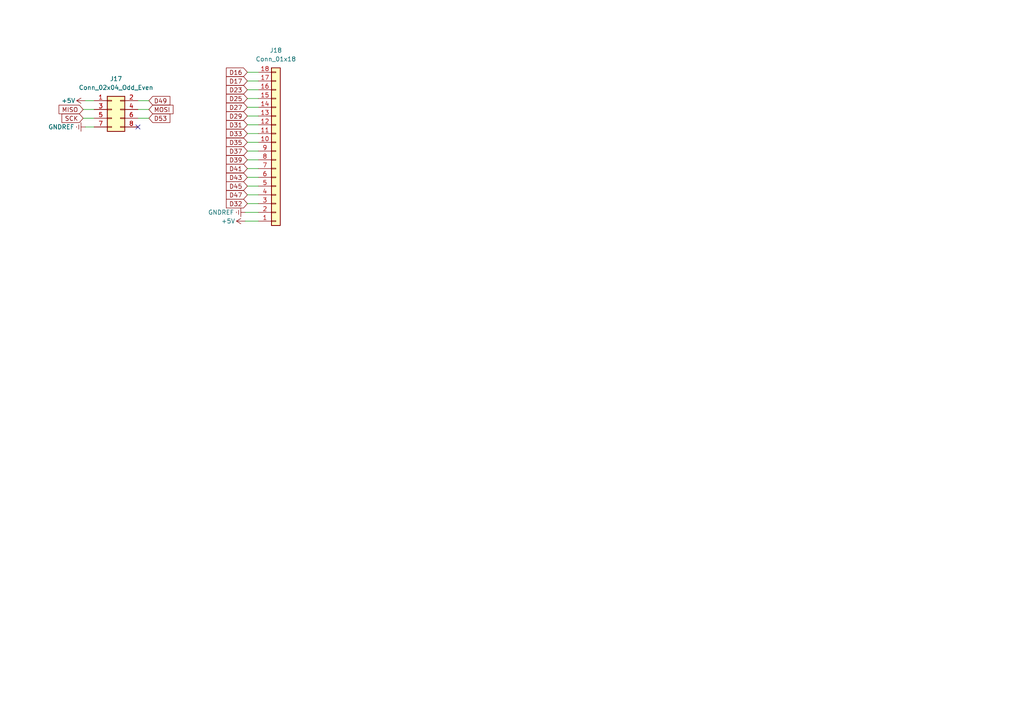
<source format=kicad_sch>
(kicad_sch (version 20211123) (generator eeschema)
  (paper "A4")
  (lib_symbols
    (symbol "Connector_Generic:Conn_01x18" (pin_names (offset 1.016) hide)
      (property "Reference" "J" (at 0 22.86 0))
      (property "Value" "Conn_01x18" (at 0 -25.4 0))
      (symbol "Conn_01x18_1_1"
        (rectangle (start -1.27 -22.733) (end 0 -22.987) (stroke (width 0.1524)))
        (rectangle (start -1.27 -20.193) (end 0 -20.447) (stroke (width 0.1524)))
        (rectangle (start -1.27 -17.653) (end 0 -17.907) (stroke (width 0.1524)))
        (rectangle (start -1.27 -15.113) (end 0 -15.367) (stroke (width 0.1524)))
        (rectangle (start -1.27 -12.573) (end 0 -12.827) (stroke (width 0.1524)))
        (rectangle (start -1.27 -10.033) (end 0 -10.287) (stroke (width 0.1524)))
        (rectangle (start -1.27 -7.493) (end 0 -7.747) (stroke (width 0.1524)))
        (rectangle (start -1.27 -4.953) (end 0 -5.207) (stroke (width 0.1524)))
        (rectangle (start -1.27 -2.413) (end 0 -2.667) (stroke (width 0.1524)))
        (rectangle (start -1.27 0.127) (end 0 -0.127) (stroke (width 0.1524)))
        (rectangle (start -1.27 2.667) (end 0 2.413) (stroke (width 0.1524)))
        (rectangle (start -1.27 5.207) (end 0 4.953) (stroke (width 0.1524)))
        (rectangle (start -1.27 7.747) (end 0 7.493) (stroke (width 0.1524)))
        (rectangle (start -1.27 10.287) (end 0 10.033) (stroke (width 0.1524)))
        (rectangle (start -1.27 12.827) (end 0 12.573) (stroke (width 0.1524)))
        (rectangle (start -1.27 15.367) (end 0 15.113) (stroke (width 0.1524)))
        (rectangle (start -1.27 17.907) (end 0 17.653) (stroke (width 0.1524)))
        (rectangle (start -1.27 20.447) (end 0 20.193) (stroke (width 0.1524)))
        (rectangle (start -1.27 21.59) (end 1.27 -24.13) (stroke (width 0.254)) (fill (type background)))
        (pin passive line (at -5.08 20.32 0) (length 3.81) (name "Pin_1") (number "1"))
        (pin passive line (at -5.08 -2.54 0) (length 3.81) (name "Pin_10") (number "10"))
        (pin passive line (at -5.08 -5.08 0) (length 3.81) (name "Pin_11") (number "11"))
        (pin passive line (at -5.08 -7.62 0) (length 3.81) (name "Pin_12") (number "12"))
        (pin passive line (at -5.08 -10.16 0) (length 3.81) (name "Pin_13") (number "13"))
        (pin passive line (at -5.08 -12.7 0) (length 3.81) (name "Pin_14") (number "14"))
        (pin passive line (at -5.08 -15.24 0) (length 3.81) (name "Pin_15") (number "15"))
        (pin passive line (at -5.08 -17.78 0) (length 3.81) (name "Pin_16") (number "16"))
        (pin passive line (at -5.08 -20.32 0) (length 3.81) (name "Pin_17") (number "17"))
        (pin passive line (at -5.08 -22.86 0) (length 3.81) (name "Pin_18") (number "18"))
        (pin passive line (at -5.08 17.78 0) (length 3.81) (name "Pin_2") (number "2"))
        (pin passive line (at -5.08 15.24 0) (length 3.81) (name "Pin_3") (number "3"))
        (pin passive line (at -5.08 12.7 0) (length 3.81) (name "Pin_4") (number "4"))
        (pin passive line (at -5.08 10.16 0) (length 3.81) (name "Pin_5") (number "5"))
        (pin passive line (at -5.08 7.62 0) (length 3.81) (name "Pin_6") (number "6"))
        (pin passive line (at -5.08 5.08 0) (length 3.81) (name "Pin_7") (number "7"))
        (pin passive line (at -5.08 2.54 0) (length 3.81) (name "Pin_8") (number "8"))
        (pin passive line (at -5.08 0 0) (length 3.81) (name "Pin_9") (number "9"))
      )
    )
    (symbol "Connector_Generic:Conn_02x04_Odd_Even" (pin_names (offset 1.016) hide)
      (property "Reference" "J" (at 1.27 5.08 0))
      (property "Value" "Conn_02x04_Odd_Even" (at 1.27 -7.62 0))
      (symbol "Conn_02x04_Odd_Even_1_1"
        (rectangle (start -1.27 -4.953) (end 0 -5.207) (stroke (width 0.1524)))
        (rectangle (start -1.27 -2.413) (end 0 -2.667) (stroke (width 0.1524)))
        (rectangle (start -1.27 0.127) (end 0 -0.127) (stroke (width 0.1524)))
        (rectangle (start -1.27 2.667) (end 0 2.413) (stroke (width 0.1524)))
        (rectangle (start -1.27 3.81) (end 3.81 -6.35) (stroke (width 0.254)) (fill (type background)))
        (rectangle (start 3.81 -4.953) (end 2.54 -5.207) (stroke (width 0.1524)))
        (rectangle (start 3.81 -2.413) (end 2.54 -2.667) (stroke (width 0.1524)))
        (rectangle (start 3.81 0.127) (end 2.54 -0.127) (stroke (width 0.1524)))
        (rectangle (start 3.81 2.667) (end 2.54 2.413) (stroke (width 0.1524)))
        (pin passive line (at -5.08 2.54 0) (length 3.81) (name "Pin_1") (number "1"))
        (pin passive line (at 7.62 2.54 180) (length 3.81) (name "Pin_2") (number "2"))
        (pin passive line (at -5.08 0 0) (length 3.81) (name "Pin_3") (number "3"))
        (pin passive line (at 7.62 0 180) (length 3.81) (name "Pin_4") (number "4"))
        (pin passive line (at -5.08 -2.54 0) (length 3.81) (name "Pin_5") (number "5"))
        (pin passive line (at 7.62 -2.54 180) (length 3.81) (name "Pin_6") (number "6"))
        (pin passive line (at -5.08 -5.08 0) (length 3.81) (name "Pin_7") (number "7"))
        (pin passive line (at 7.62 -5.08 180) (length 3.81) (name "Pin_8") (number "8"))
      )
    )
    (symbol "power:+5V" (power) (pin_names (offset 0))
      (property "Value" "+5V" (at 0 3.556 0))
      (symbol "+5V_0_1"
        (polyline (pts (xy -0.762 1.27) (xy 0 2.54)))
        (polyline (pts (xy 0 0) (xy 0 2.54)))
        (polyline (pts (xy 0 2.54) (xy 0.762 1.27)))
      )
      (symbol "+5V_1_1"
        (pin power_in line (at 0 0 90) (length 0) hide (name "+5V") (number "1"))
      )
    )
    (symbol "power:GNDREF" (power) (pin_names (offset 0))
      (property "Value" "GNDREF" (at 0 -3.81 0))
      (symbol "GNDREF_0_1"
        (polyline (pts (xy -0.635 -1.905) (xy 0.635 -1.905)))
        (polyline (pts (xy -0.127 -2.54) (xy 0.127 -2.54)))
        (polyline (pts (xy 0 -1.27) (xy 0 0)))
        (polyline (pts (xy 1.27 -1.27) (xy -1.27 -1.27)))
      )
      (symbol "GNDREF_1_1"
        (pin power_in line (at 0 0 270) (length 0) hide (name "GNDREF") (number "1"))
      )
    )
  )
  (no_connect (at 40.005 36.83))
  (wire (pts (xy 71.12 64.135) (xy 74.93 64.135)))
  (wire (pts (xy 71.755 20.955) (xy 74.93 20.955)))
  (wire (pts (xy 71.755 38.735) (xy 74.93 38.735)))
  (wire (pts (xy 71.755 53.975) (xy 74.93 53.975)))
  (wire (pts (xy 71.755 26.035) (xy 74.93 26.035)))
  (wire (pts (xy 71.755 51.435) (xy 74.93 51.435)))
  (wire (pts (xy 71.755 56.515) (xy 74.93 56.515)))
  (wire (pts (xy 71.755 31.115) (xy 74.93 31.115)))
  (wire (pts (xy 71.755 23.495) (xy 74.93 23.495)))
  (wire (pts (xy 71.755 36.195) (xy 74.93 36.195)))
  (wire (pts (xy 71.755 28.575) (xy 74.93 28.575)))
  (wire (pts (xy 40.005 34.29) (xy 43.18 34.29)))
  (wire (pts (xy 24.13 34.29) (xy 27.305 34.29)))
  (wire (pts (xy 40.005 29.21) (xy 43.18 29.21)))
  (wire (pts (xy 71.12 61.595) (xy 74.93 61.595)))
  (wire (pts (xy 71.755 33.655) (xy 74.93 33.655)))
  (wire (pts (xy 71.755 48.895) (xy 74.93 48.895)))
  (wire (pts (xy 71.755 41.275) (xy 74.93 41.275)))
  (wire (pts (xy 71.755 59.055) (xy 74.93 59.055)))
  (wire (pts (xy 71.755 43.815) (xy 74.93 43.815)))
  (wire (pts (xy 24.13 31.75) (xy 27.305 31.75)))
  (wire (pts (xy 24.765 29.21) (xy 27.305 29.21)))
  (wire (pts (xy 71.755 46.355) (xy 74.93 46.355)))
  (wire (pts (xy 40.005 31.75) (xy 43.18 31.75)))
  (wire (pts (xy 24.765 36.83) (xy 27.305 36.83)))
  (global_label "D29" (shape input) (at 71.755 33.655 180) (property "Intersheet References" "${INTERSHEET_REFS}" (effects hide)))
  (global_label "D33" (shape input) (at 71.755 38.735 180) (property "Intersheet References" "${INTERSHEET_REFS}" (effects hide)))
  (global_label "D39" (shape input) (at 71.755 46.355 180) (property "Intersheet References" "${INTERSHEET_REFS}" (effects hide)))
  (global_label "D45" (shape input) (at 71.755 53.975 180) (property "Intersheet References" "${INTERSHEET_REFS}" (effects hide)))
  (global_label "D43" (shape input) (at 71.755 51.435 180) (property "Intersheet References" "${INTERSHEET_REFS}" (effects hide)))
  (global_label "MOSI" (shape input) (at 43.18 31.75 0) (property "Intersheet References" "${INTERSHEET_REFS}" (effects hide)))
  (global_label "D49" (shape input) (at 43.18 29.21 0) (property "Intersheet References" "${INTERSHEET_REFS}" (effects hide)))
  (global_label "D41" (shape input) (at 71.755 48.895 180) (property "Intersheet References" "${INTERSHEET_REFS}" (effects hide)))
  (global_label "D47" (shape input) (at 71.755 56.515 180) (property "Intersheet References" "${INTERSHEET_REFS}" (effects hide)))
  (global_label "D16" (shape input) (at 71.755 20.955 180) (property "Intersheet References" "${INTERSHEET_REFS}" (effects hide)))
  (global_label "D31" (shape input) (at 71.755 36.195 180) (property "Intersheet References" "${INTERSHEET_REFS}" (effects hide)))
  (global_label "D23" (shape input) (at 71.755 26.035 180) (property "Intersheet References" "${INTERSHEET_REFS}" (effects hide)))
  (global_label "D37" (shape input) (at 71.755 43.815 180) (property "Intersheet References" "${INTERSHEET_REFS}" (effects hide)))
  (global_label "SCK" (shape input) (at 24.13 34.29 180) (property "Intersheet References" "${INTERSHEET_REFS}" (effects hide)))
  (global_label "D17" (shape input) (at 71.755 23.495 180) (property "Intersheet References" "${INTERSHEET_REFS}" (effects hide)))
  (global_label "D32" (shape input) (at 71.755 59.055 180) (property "Intersheet References" "${INTERSHEET_REFS}" (effects hide)))
  (global_label "D35" (shape input) (at 71.755 41.275 180) (property "Intersheet References" "${INTERSHEET_REFS}" (effects hide)))
  (global_label "D25" (shape input) (at 71.755 28.575 180) (property "Intersheet References" "${INTERSHEET_REFS}" (effects hide)))
  (global_label "D27" (shape input) (at 71.755 31.115 180) (property "Intersheet References" "${INTERSHEET_REFS}" (effects hide)))
  (global_label "D53" (shape input) (at 43.18 34.29 0) (property "Intersheet References" "${INTERSHEET_REFS}" (effects hide)))
  (global_label "MISO" (shape input) (at 24.13 31.75 180) (property "Intersheet References" "${INTERSHEET_REFS}" (effects hide)))
  (symbol (lib_id "power:GNDREF") (at 24.765 36.83 270) (unit 1)
    (property "Reference" "#PWR0102" (effects hide))
    (property "Value" "GNDREF" (at 13.97 36.83 90) (effects (justify left)))
  )
  (symbol (lib_id "power:+5V") (at 24.765 29.21 90) (unit 1)
    (property "Reference" "#PWR0101" (effects hide))
    (property "Value" "+5V" (at 17.78 29.21 90) (effects (justify right)))
  )
  (symbol (lib_id "Connector_Generic:Conn_01x18") (at 80.01 43.815 0) (mirror x) (unit 1)
    (property "Reference" "J18" (at 80.01 14.605 0))
    (property "Value" "Conn_01x18" (at 80.01 17.145 0))
    (property "Footprint" "Connector_PinHeader_2.54mm:PinHeader_1x18_P2.54mm_Vertical" (effects hide))
  )
  (symbol (lib_id "Connector_Generic:Conn_02x04_Odd_Even") (at 32.385 31.75 0) (unit 1)
    (property "Reference" "J17" (at 33.655 22.86 0))
    (property "Value" "Conn_02x04_Odd_Even" (at 33.655 25.4 0))
    (property "Footprint" "Connector_PinHeader_2.54mm:PinHeader_2x04_P2.54mm_Vertical" (effects hide))
  )
  (symbol (lib_id "power:+5V") (at 71.12 64.135 90) (unit 1)
    (property "Reference" "#PWR0104" (effects hide))
    (property "Value" "+5V" (at 64.135 64.135 90) (effects (justify right)))
  )
  (symbol (lib_id "power:GNDREF") (at 71.12 61.595 270) (unit 1)
    (property "Reference" "#PWR0103" (effects hide))
    (property "Value" "GNDREF" (at 60.325 61.595 90) (effects (justify left)))
  )
)
</source>
